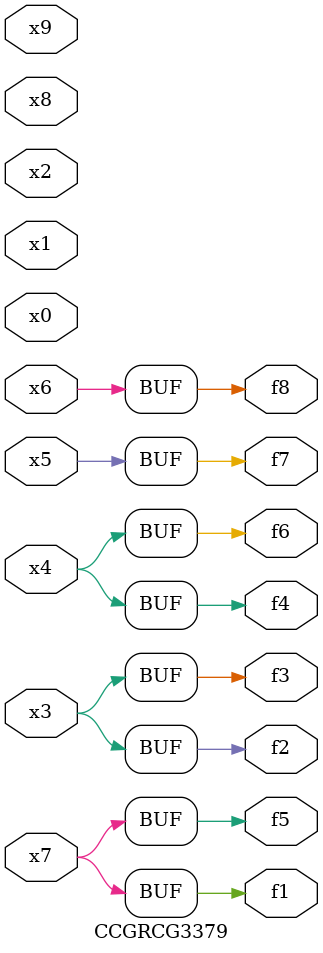
<source format=v>
module CCGRCG3379(
	input x0, x1, x2, x3, x4, x5, x6, x7, x8, x9,
	output f1, f2, f3, f4, f5, f6, f7, f8
);
	assign f1 = x7;
	assign f2 = x3;
	assign f3 = x3;
	assign f4 = x4;
	assign f5 = x7;
	assign f6 = x4;
	assign f7 = x5;
	assign f8 = x6;
endmodule

</source>
